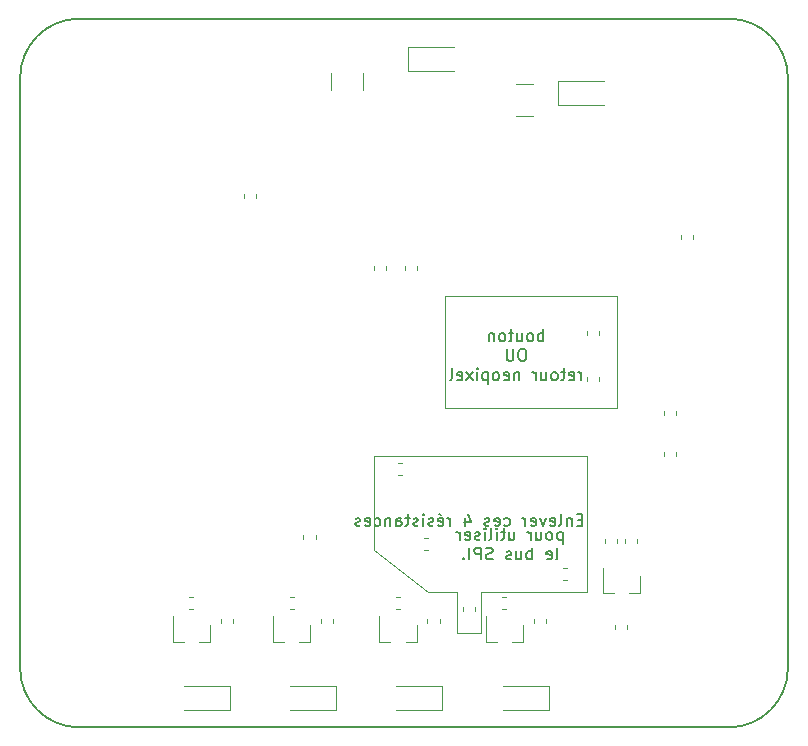
<source format=gbr>
%TF.GenerationSoftware,KiCad,Pcbnew,(5.1.9)-1*%
%TF.CreationDate,2021-06-08T13:47:19+02:00*%
%TF.ProjectId,19_WIFI_Generic,31395f57-4946-4495-9f47-656e65726963,rev?*%
%TF.SameCoordinates,Original*%
%TF.FileFunction,Legend,Bot*%
%TF.FilePolarity,Positive*%
%FSLAX46Y46*%
G04 Gerber Fmt 4.6, Leading zero omitted, Abs format (unit mm)*
G04 Created by KiCad (PCBNEW (5.1.9)-1) date 2021-06-08 13:47:19*
%MOMM*%
%LPD*%
G01*
G04 APERTURE LIST*
%ADD10C,0.150000*%
%ADD11C,0.120000*%
%TA.AperFunction,Profile*%
%ADD12C,0.150000*%
%TD*%
G04 APERTURE END LIST*
D10*
X160928571Y-123460714D02*
X160928571Y-124460714D01*
X160928571Y-123508333D02*
X160833333Y-123460714D01*
X160642857Y-123460714D01*
X160547619Y-123508333D01*
X160500000Y-123555952D01*
X160452380Y-123651190D01*
X160452380Y-123936904D01*
X160500000Y-124032142D01*
X160547619Y-124079761D01*
X160642857Y-124127380D01*
X160833333Y-124127380D01*
X160928571Y-124079761D01*
X159880952Y-124127380D02*
X159976190Y-124079761D01*
X160023809Y-124032142D01*
X160071428Y-123936904D01*
X160071428Y-123651190D01*
X160023809Y-123555952D01*
X159976190Y-123508333D01*
X159880952Y-123460714D01*
X159738095Y-123460714D01*
X159642857Y-123508333D01*
X159595238Y-123555952D01*
X159547619Y-123651190D01*
X159547619Y-123936904D01*
X159595238Y-124032142D01*
X159642857Y-124079761D01*
X159738095Y-124127380D01*
X159880952Y-124127380D01*
X158690476Y-123460714D02*
X158690476Y-124127380D01*
X159119047Y-123460714D02*
X159119047Y-123984523D01*
X159071428Y-124079761D01*
X158976190Y-124127380D01*
X158833333Y-124127380D01*
X158738095Y-124079761D01*
X158690476Y-124032142D01*
X158214285Y-124127380D02*
X158214285Y-123460714D01*
X158214285Y-123651190D02*
X158166666Y-123555952D01*
X158119047Y-123508333D01*
X158023809Y-123460714D01*
X157928571Y-123460714D01*
X156404761Y-123460714D02*
X156404761Y-124127380D01*
X156833333Y-123460714D02*
X156833333Y-123984523D01*
X156785714Y-124079761D01*
X156690476Y-124127380D01*
X156547619Y-124127380D01*
X156452380Y-124079761D01*
X156404761Y-124032142D01*
X156071428Y-123460714D02*
X155690476Y-123460714D01*
X155928571Y-123127380D02*
X155928571Y-123984523D01*
X155880952Y-124079761D01*
X155785714Y-124127380D01*
X155690476Y-124127380D01*
X155357142Y-124127380D02*
X155357142Y-123460714D01*
X155357142Y-123127380D02*
X155404761Y-123175000D01*
X155357142Y-123222619D01*
X155309523Y-123175000D01*
X155357142Y-123127380D01*
X155357142Y-123222619D01*
X154738095Y-124127380D02*
X154833333Y-124079761D01*
X154880952Y-123984523D01*
X154880952Y-123127380D01*
X154357142Y-124127380D02*
X154357142Y-123460714D01*
X154357142Y-123127380D02*
X154404761Y-123175000D01*
X154357142Y-123222619D01*
X154309523Y-123175000D01*
X154357142Y-123127380D01*
X154357142Y-123222619D01*
X153928571Y-124079761D02*
X153833333Y-124127380D01*
X153642857Y-124127380D01*
X153547619Y-124079761D01*
X153500000Y-123984523D01*
X153500000Y-123936904D01*
X153547619Y-123841666D01*
X153642857Y-123794047D01*
X153785714Y-123794047D01*
X153880952Y-123746428D01*
X153928571Y-123651190D01*
X153928571Y-123603571D01*
X153880952Y-123508333D01*
X153785714Y-123460714D01*
X153642857Y-123460714D01*
X153547619Y-123508333D01*
X152690476Y-124079761D02*
X152785714Y-124127380D01*
X152976190Y-124127380D01*
X153071428Y-124079761D01*
X153119047Y-123984523D01*
X153119047Y-123603571D01*
X153071428Y-123508333D01*
X152976190Y-123460714D01*
X152785714Y-123460714D01*
X152690476Y-123508333D01*
X152642857Y-123603571D01*
X152642857Y-123698809D01*
X153119047Y-123794047D01*
X152214285Y-124127380D02*
X152214285Y-123460714D01*
X152214285Y-123651190D02*
X152166666Y-123555952D01*
X152119047Y-123508333D01*
X152023809Y-123460714D01*
X151928571Y-123460714D01*
X160333333Y-125777380D02*
X160428571Y-125729761D01*
X160476190Y-125634523D01*
X160476190Y-124777380D01*
X159571428Y-125729761D02*
X159666666Y-125777380D01*
X159857142Y-125777380D01*
X159952380Y-125729761D01*
X160000000Y-125634523D01*
X160000000Y-125253571D01*
X159952380Y-125158333D01*
X159857142Y-125110714D01*
X159666666Y-125110714D01*
X159571428Y-125158333D01*
X159523809Y-125253571D01*
X159523809Y-125348809D01*
X160000000Y-125444047D01*
X158333333Y-125777380D02*
X158333333Y-124777380D01*
X158333333Y-125158333D02*
X158238095Y-125110714D01*
X158047619Y-125110714D01*
X157952380Y-125158333D01*
X157904761Y-125205952D01*
X157857142Y-125301190D01*
X157857142Y-125586904D01*
X157904761Y-125682142D01*
X157952380Y-125729761D01*
X158047619Y-125777380D01*
X158238095Y-125777380D01*
X158333333Y-125729761D01*
X157000000Y-125110714D02*
X157000000Y-125777380D01*
X157428571Y-125110714D02*
X157428571Y-125634523D01*
X157380952Y-125729761D01*
X157285714Y-125777380D01*
X157142857Y-125777380D01*
X157047619Y-125729761D01*
X157000000Y-125682142D01*
X156571428Y-125729761D02*
X156476190Y-125777380D01*
X156285714Y-125777380D01*
X156190476Y-125729761D01*
X156142857Y-125634523D01*
X156142857Y-125586904D01*
X156190476Y-125491666D01*
X156285714Y-125444047D01*
X156428571Y-125444047D01*
X156523809Y-125396428D01*
X156571428Y-125301190D01*
X156571428Y-125253571D01*
X156523809Y-125158333D01*
X156428571Y-125110714D01*
X156285714Y-125110714D01*
X156190476Y-125158333D01*
X155000000Y-125729761D02*
X154857142Y-125777380D01*
X154619047Y-125777380D01*
X154523809Y-125729761D01*
X154476190Y-125682142D01*
X154428571Y-125586904D01*
X154428571Y-125491666D01*
X154476190Y-125396428D01*
X154523809Y-125348809D01*
X154619047Y-125301190D01*
X154809523Y-125253571D01*
X154904761Y-125205952D01*
X154952380Y-125158333D01*
X155000000Y-125063095D01*
X155000000Y-124967857D01*
X154952380Y-124872619D01*
X154904761Y-124825000D01*
X154809523Y-124777380D01*
X154571428Y-124777380D01*
X154428571Y-124825000D01*
X154000000Y-125777380D02*
X154000000Y-124777380D01*
X153619047Y-124777380D01*
X153523809Y-124825000D01*
X153476190Y-124872619D01*
X153428571Y-124967857D01*
X153428571Y-125110714D01*
X153476190Y-125205952D01*
X153523809Y-125253571D01*
X153619047Y-125301190D01*
X154000000Y-125301190D01*
X153000000Y-125777380D02*
X153000000Y-124777380D01*
X152523809Y-125682142D02*
X152476190Y-125729761D01*
X152523809Y-125777380D01*
X152571428Y-125729761D01*
X152523809Y-125682142D01*
X152523809Y-125777380D01*
X162595238Y-122428571D02*
X162261904Y-122428571D01*
X162119047Y-122952380D02*
X162595238Y-122952380D01*
X162595238Y-121952380D01*
X162119047Y-121952380D01*
X161690476Y-122285714D02*
X161690476Y-122952380D01*
X161690476Y-122380952D02*
X161642857Y-122333333D01*
X161547619Y-122285714D01*
X161404761Y-122285714D01*
X161309523Y-122333333D01*
X161261904Y-122428571D01*
X161261904Y-122952380D01*
X160642857Y-122952380D02*
X160738095Y-122904761D01*
X160785714Y-122809523D01*
X160785714Y-121952380D01*
X159880952Y-122904761D02*
X159976190Y-122952380D01*
X160166666Y-122952380D01*
X160261904Y-122904761D01*
X160309523Y-122809523D01*
X160309523Y-122428571D01*
X160261904Y-122333333D01*
X160166666Y-122285714D01*
X159976190Y-122285714D01*
X159880952Y-122333333D01*
X159833333Y-122428571D01*
X159833333Y-122523809D01*
X160309523Y-122619047D01*
X159500000Y-122285714D02*
X159261904Y-122952380D01*
X159023809Y-122285714D01*
X158261904Y-122904761D02*
X158357142Y-122952380D01*
X158547619Y-122952380D01*
X158642857Y-122904761D01*
X158690476Y-122809523D01*
X158690476Y-122428571D01*
X158642857Y-122333333D01*
X158547619Y-122285714D01*
X158357142Y-122285714D01*
X158261904Y-122333333D01*
X158214285Y-122428571D01*
X158214285Y-122523809D01*
X158690476Y-122619047D01*
X157785714Y-122952380D02*
X157785714Y-122285714D01*
X157785714Y-122476190D02*
X157738095Y-122380952D01*
X157690476Y-122333333D01*
X157595238Y-122285714D01*
X157500000Y-122285714D01*
X155976190Y-122904761D02*
X156071428Y-122952380D01*
X156261904Y-122952380D01*
X156357142Y-122904761D01*
X156404761Y-122857142D01*
X156452380Y-122761904D01*
X156452380Y-122476190D01*
X156404761Y-122380952D01*
X156357142Y-122333333D01*
X156261904Y-122285714D01*
X156071428Y-122285714D01*
X155976190Y-122333333D01*
X155166666Y-122904761D02*
X155261904Y-122952380D01*
X155452380Y-122952380D01*
X155547619Y-122904761D01*
X155595238Y-122809523D01*
X155595238Y-122428571D01*
X155547619Y-122333333D01*
X155452380Y-122285714D01*
X155261904Y-122285714D01*
X155166666Y-122333333D01*
X155119047Y-122428571D01*
X155119047Y-122523809D01*
X155595238Y-122619047D01*
X154738095Y-122904761D02*
X154642857Y-122952380D01*
X154452380Y-122952380D01*
X154357142Y-122904761D01*
X154309523Y-122809523D01*
X154309523Y-122761904D01*
X154357142Y-122666666D01*
X154452380Y-122619047D01*
X154595238Y-122619047D01*
X154690476Y-122571428D01*
X154738095Y-122476190D01*
X154738095Y-122428571D01*
X154690476Y-122333333D01*
X154595238Y-122285714D01*
X154452380Y-122285714D01*
X154357142Y-122333333D01*
X152690476Y-122285714D02*
X152690476Y-122952380D01*
X152928571Y-121904761D02*
X153166666Y-122619047D01*
X152547619Y-122619047D01*
X151404761Y-122952380D02*
X151404761Y-122285714D01*
X151404761Y-122476190D02*
X151357142Y-122380952D01*
X151309523Y-122333333D01*
X151214285Y-122285714D01*
X151119047Y-122285714D01*
X150404761Y-122904761D02*
X150500000Y-122952380D01*
X150690476Y-122952380D01*
X150785714Y-122904761D01*
X150833333Y-122809523D01*
X150833333Y-122428571D01*
X150785714Y-122333333D01*
X150690476Y-122285714D01*
X150500000Y-122285714D01*
X150404761Y-122333333D01*
X150357142Y-122428571D01*
X150357142Y-122523809D01*
X150833333Y-122619047D01*
X150500000Y-121904761D02*
X150642857Y-122047619D01*
X149976190Y-122904761D02*
X149880952Y-122952380D01*
X149690476Y-122952380D01*
X149595238Y-122904761D01*
X149547619Y-122809523D01*
X149547619Y-122761904D01*
X149595238Y-122666666D01*
X149690476Y-122619047D01*
X149833333Y-122619047D01*
X149928571Y-122571428D01*
X149976190Y-122476190D01*
X149976190Y-122428571D01*
X149928571Y-122333333D01*
X149833333Y-122285714D01*
X149690476Y-122285714D01*
X149595238Y-122333333D01*
X149119047Y-122952380D02*
X149119047Y-122285714D01*
X149119047Y-121952380D02*
X149166666Y-122000000D01*
X149119047Y-122047619D01*
X149071428Y-122000000D01*
X149119047Y-121952380D01*
X149119047Y-122047619D01*
X148690476Y-122904761D02*
X148595238Y-122952380D01*
X148404761Y-122952380D01*
X148309523Y-122904761D01*
X148261904Y-122809523D01*
X148261904Y-122761904D01*
X148309523Y-122666666D01*
X148404761Y-122619047D01*
X148547619Y-122619047D01*
X148642857Y-122571428D01*
X148690476Y-122476190D01*
X148690476Y-122428571D01*
X148642857Y-122333333D01*
X148547619Y-122285714D01*
X148404761Y-122285714D01*
X148309523Y-122333333D01*
X147976190Y-122285714D02*
X147595238Y-122285714D01*
X147833333Y-121952380D02*
X147833333Y-122809523D01*
X147785714Y-122904761D01*
X147690476Y-122952380D01*
X147595238Y-122952380D01*
X146833333Y-122952380D02*
X146833333Y-122428571D01*
X146880952Y-122333333D01*
X146976190Y-122285714D01*
X147166666Y-122285714D01*
X147261904Y-122333333D01*
X146833333Y-122904761D02*
X146928571Y-122952380D01*
X147166666Y-122952380D01*
X147261904Y-122904761D01*
X147309523Y-122809523D01*
X147309523Y-122714285D01*
X147261904Y-122619047D01*
X147166666Y-122571428D01*
X146928571Y-122571428D01*
X146833333Y-122523809D01*
X146357142Y-122285714D02*
X146357142Y-122952380D01*
X146357142Y-122380952D02*
X146309523Y-122333333D01*
X146214285Y-122285714D01*
X146071428Y-122285714D01*
X145976190Y-122333333D01*
X145928571Y-122428571D01*
X145928571Y-122952380D01*
X145023809Y-122904761D02*
X145119047Y-122952380D01*
X145309523Y-122952380D01*
X145404761Y-122904761D01*
X145452380Y-122857142D01*
X145500000Y-122761904D01*
X145500000Y-122476190D01*
X145452380Y-122380952D01*
X145404761Y-122333333D01*
X145309523Y-122285714D01*
X145119047Y-122285714D01*
X145023809Y-122333333D01*
X144214285Y-122904761D02*
X144309523Y-122952380D01*
X144500000Y-122952380D01*
X144595238Y-122904761D01*
X144642857Y-122809523D01*
X144642857Y-122428571D01*
X144595238Y-122333333D01*
X144500000Y-122285714D01*
X144309523Y-122285714D01*
X144214285Y-122333333D01*
X144166666Y-122428571D01*
X144166666Y-122523809D01*
X144642857Y-122619047D01*
X143785714Y-122904761D02*
X143690476Y-122952380D01*
X143500000Y-122952380D01*
X143404761Y-122904761D01*
X143357142Y-122809523D01*
X143357142Y-122761904D01*
X143404761Y-122666666D01*
X143500000Y-122619047D01*
X143642857Y-122619047D01*
X143738095Y-122571428D01*
X143785714Y-122476190D01*
X143785714Y-122428571D01*
X143738095Y-122333333D01*
X143642857Y-122285714D01*
X143500000Y-122285714D01*
X143404761Y-122333333D01*
D11*
X163000000Y-117000000D02*
X145000000Y-117000000D01*
X163000000Y-117500000D02*
X163000000Y-117000000D01*
X163000000Y-126000000D02*
X163000000Y-117500000D01*
X163000000Y-128500000D02*
X163000000Y-126000000D01*
X154000000Y-128500000D02*
X163000000Y-128500000D01*
X154000000Y-132000000D02*
X154000000Y-128500000D01*
X152000000Y-128500000D02*
X152000000Y-132000000D01*
X149500000Y-128500000D02*
X152000000Y-128500000D01*
X145000000Y-125000000D02*
X149500000Y-128500000D01*
X145000000Y-117000000D02*
X145000000Y-125000000D01*
X151000000Y-103500000D02*
X161000000Y-103500000D01*
X151000000Y-107000000D02*
X151000000Y-103500000D01*
X151000000Y-113000000D02*
X151000000Y-107000000D01*
X161000000Y-113000000D02*
X151000000Y-113000000D01*
D10*
X159309523Y-107302380D02*
X159309523Y-106302380D01*
X159309523Y-106683333D02*
X159214285Y-106635714D01*
X159023809Y-106635714D01*
X158928571Y-106683333D01*
X158880952Y-106730952D01*
X158833333Y-106826190D01*
X158833333Y-107111904D01*
X158880952Y-107207142D01*
X158928571Y-107254761D01*
X159023809Y-107302380D01*
X159214285Y-107302380D01*
X159309523Y-107254761D01*
X158261904Y-107302380D02*
X158357142Y-107254761D01*
X158404761Y-107207142D01*
X158452380Y-107111904D01*
X158452380Y-106826190D01*
X158404761Y-106730952D01*
X158357142Y-106683333D01*
X158261904Y-106635714D01*
X158119047Y-106635714D01*
X158023809Y-106683333D01*
X157976190Y-106730952D01*
X157928571Y-106826190D01*
X157928571Y-107111904D01*
X157976190Y-107207142D01*
X158023809Y-107254761D01*
X158119047Y-107302380D01*
X158261904Y-107302380D01*
X157071428Y-106635714D02*
X157071428Y-107302380D01*
X157500000Y-106635714D02*
X157500000Y-107159523D01*
X157452380Y-107254761D01*
X157357142Y-107302380D01*
X157214285Y-107302380D01*
X157119047Y-107254761D01*
X157071428Y-107207142D01*
X156738095Y-106635714D02*
X156357142Y-106635714D01*
X156595238Y-106302380D02*
X156595238Y-107159523D01*
X156547619Y-107254761D01*
X156452380Y-107302380D01*
X156357142Y-107302380D01*
X155880952Y-107302380D02*
X155976190Y-107254761D01*
X156023809Y-107207142D01*
X156071428Y-107111904D01*
X156071428Y-106826190D01*
X156023809Y-106730952D01*
X155976190Y-106683333D01*
X155880952Y-106635714D01*
X155738095Y-106635714D01*
X155642857Y-106683333D01*
X155595238Y-106730952D01*
X155547619Y-106826190D01*
X155547619Y-107111904D01*
X155595238Y-107207142D01*
X155642857Y-107254761D01*
X155738095Y-107302380D01*
X155880952Y-107302380D01*
X155119047Y-106635714D02*
X155119047Y-107302380D01*
X155119047Y-106730952D02*
X155071428Y-106683333D01*
X154976190Y-106635714D01*
X154833333Y-106635714D01*
X154738095Y-106683333D01*
X154690476Y-106778571D01*
X154690476Y-107302380D01*
X157619047Y-107952380D02*
X157428571Y-107952380D01*
X157333333Y-108000000D01*
X157238095Y-108095238D01*
X157190476Y-108285714D01*
X157190476Y-108619047D01*
X157238095Y-108809523D01*
X157333333Y-108904761D01*
X157428571Y-108952380D01*
X157619047Y-108952380D01*
X157714285Y-108904761D01*
X157809523Y-108809523D01*
X157857142Y-108619047D01*
X157857142Y-108285714D01*
X157809523Y-108095238D01*
X157714285Y-108000000D01*
X157619047Y-107952380D01*
X156761904Y-107952380D02*
X156761904Y-108761904D01*
X156714285Y-108857142D01*
X156666666Y-108904761D01*
X156571428Y-108952380D01*
X156380952Y-108952380D01*
X156285714Y-108904761D01*
X156238095Y-108857142D01*
X156190476Y-108761904D01*
X156190476Y-107952380D01*
X162500000Y-110602380D02*
X162500000Y-109935714D01*
X162500000Y-110126190D02*
X162452380Y-110030952D01*
X162404761Y-109983333D01*
X162309523Y-109935714D01*
X162214285Y-109935714D01*
X161500000Y-110554761D02*
X161595238Y-110602380D01*
X161785714Y-110602380D01*
X161880952Y-110554761D01*
X161928571Y-110459523D01*
X161928571Y-110078571D01*
X161880952Y-109983333D01*
X161785714Y-109935714D01*
X161595238Y-109935714D01*
X161500000Y-109983333D01*
X161452380Y-110078571D01*
X161452380Y-110173809D01*
X161928571Y-110269047D01*
X161166666Y-109935714D02*
X160785714Y-109935714D01*
X161023809Y-109602380D02*
X161023809Y-110459523D01*
X160976190Y-110554761D01*
X160880952Y-110602380D01*
X160785714Y-110602380D01*
X160309523Y-110602380D02*
X160404761Y-110554761D01*
X160452380Y-110507142D01*
X160500000Y-110411904D01*
X160500000Y-110126190D01*
X160452380Y-110030952D01*
X160404761Y-109983333D01*
X160309523Y-109935714D01*
X160166666Y-109935714D01*
X160071428Y-109983333D01*
X160023809Y-110030952D01*
X159976190Y-110126190D01*
X159976190Y-110411904D01*
X160023809Y-110507142D01*
X160071428Y-110554761D01*
X160166666Y-110602380D01*
X160309523Y-110602380D01*
X159119047Y-109935714D02*
X159119047Y-110602380D01*
X159547619Y-109935714D02*
X159547619Y-110459523D01*
X159500000Y-110554761D01*
X159404761Y-110602380D01*
X159261904Y-110602380D01*
X159166666Y-110554761D01*
X159119047Y-110507142D01*
X158642857Y-110602380D02*
X158642857Y-109935714D01*
X158642857Y-110126190D02*
X158595238Y-110030952D01*
X158547619Y-109983333D01*
X158452380Y-109935714D01*
X158357142Y-109935714D01*
X157261904Y-109935714D02*
X157261904Y-110602380D01*
X157261904Y-110030952D02*
X157214285Y-109983333D01*
X157119047Y-109935714D01*
X156976190Y-109935714D01*
X156880952Y-109983333D01*
X156833333Y-110078571D01*
X156833333Y-110602380D01*
X155976190Y-110554761D02*
X156071428Y-110602380D01*
X156261904Y-110602380D01*
X156357142Y-110554761D01*
X156404761Y-110459523D01*
X156404761Y-110078571D01*
X156357142Y-109983333D01*
X156261904Y-109935714D01*
X156071428Y-109935714D01*
X155976190Y-109983333D01*
X155928571Y-110078571D01*
X155928571Y-110173809D01*
X156404761Y-110269047D01*
X155357142Y-110602380D02*
X155452380Y-110554761D01*
X155500000Y-110507142D01*
X155547619Y-110411904D01*
X155547619Y-110126190D01*
X155500000Y-110030952D01*
X155452380Y-109983333D01*
X155357142Y-109935714D01*
X155214285Y-109935714D01*
X155119047Y-109983333D01*
X155071428Y-110030952D01*
X155023809Y-110126190D01*
X155023809Y-110411904D01*
X155071428Y-110507142D01*
X155119047Y-110554761D01*
X155214285Y-110602380D01*
X155357142Y-110602380D01*
X154595238Y-109935714D02*
X154595238Y-110935714D01*
X154595238Y-109983333D02*
X154500000Y-109935714D01*
X154309523Y-109935714D01*
X154214285Y-109983333D01*
X154166666Y-110030952D01*
X154119047Y-110126190D01*
X154119047Y-110411904D01*
X154166666Y-110507142D01*
X154214285Y-110554761D01*
X154309523Y-110602380D01*
X154500000Y-110602380D01*
X154595238Y-110554761D01*
X153690476Y-110602380D02*
X153690476Y-109935714D01*
X153690476Y-109602380D02*
X153738095Y-109650000D01*
X153690476Y-109697619D01*
X153642857Y-109650000D01*
X153690476Y-109602380D01*
X153690476Y-109697619D01*
X153309523Y-110602380D02*
X152785714Y-109935714D01*
X153309523Y-109935714D02*
X152785714Y-110602380D01*
X152023809Y-110554761D02*
X152119047Y-110602380D01*
X152309523Y-110602380D01*
X152404761Y-110554761D01*
X152452380Y-110459523D01*
X152452380Y-110078571D01*
X152404761Y-109983333D01*
X152309523Y-109935714D01*
X152119047Y-109935714D01*
X152023809Y-109983333D01*
X151976190Y-110078571D01*
X151976190Y-110173809D01*
X152452380Y-110269047D01*
X151404761Y-110602380D02*
X151500000Y-110554761D01*
X151547619Y-110459523D01*
X151547619Y-109602380D01*
D11*
X163000000Y-126000000D02*
X163000000Y-128000000D01*
X152000000Y-132000000D02*
X154000000Y-132000000D01*
X165500000Y-103500000D02*
X161000000Y-103500000D01*
X165500000Y-113000000D02*
X165500000Y-103500000D01*
X161000000Y-113000000D02*
X165500000Y-113000000D01*
D12*
X175000000Y-80000000D02*
G75*
G02*
X180000000Y-85000000I0J-5000000D01*
G01*
X180000000Y-135000000D02*
G75*
G02*
X175000000Y-140000000I-5000000J0D01*
G01*
X120000000Y-140000000D02*
G75*
G02*
X115000000Y-135000000I0J5000000D01*
G01*
X115000000Y-85000000D02*
G75*
G02*
X120000000Y-80000000I5000000J0D01*
G01*
X115000000Y-135000000D02*
X115000000Y-85000000D01*
X175000000Y-140000000D02*
X120000000Y-140000000D01*
X180000000Y-85000000D02*
X180000000Y-135000000D01*
X120000000Y-80000000D02*
X175000000Y-80000000D01*
D11*
%TO.C,R7*%
X144990000Y-100953733D02*
X144990000Y-101296267D01*
X146010000Y-100953733D02*
X146010000Y-101296267D01*
%TO.C,R6*%
X147557000Y-100953733D02*
X147557000Y-101296267D01*
X148577000Y-100953733D02*
X148577000Y-101296267D01*
%TO.C,R2*%
X169490000Y-113203733D02*
X169490000Y-113546267D01*
X170510000Y-113203733D02*
X170510000Y-113546267D01*
%TO.C,Q1*%
X167472000Y-128654000D02*
X166542000Y-128654000D01*
X164312000Y-128654000D02*
X165242000Y-128654000D01*
X164312000Y-128654000D02*
X164312000Y-126494000D01*
X167472000Y-128654000D02*
X167472000Y-127194000D01*
%TO.C,R13*%
X170990000Y-98328733D02*
X170990000Y-98671267D01*
X172010000Y-98328733D02*
X172010000Y-98671267D01*
%TO.C,R1*%
X169490000Y-116703733D02*
X169490000Y-117046267D01*
X170510000Y-116703733D02*
X170510000Y-117046267D01*
%TO.C,R14*%
X165382000Y-131347733D02*
X165382000Y-131690267D01*
X166402000Y-131347733D02*
X166402000Y-131690267D01*
%TO.C,R15*%
X164490000Y-124078733D02*
X164490000Y-124421267D01*
X165510000Y-124078733D02*
X165510000Y-124421267D01*
%TO.C,R16*%
X167260000Y-124421267D02*
X167260000Y-124078733D01*
X166240000Y-124421267D02*
X166240000Y-124078733D01*
%TO.C,R10*%
X135010000Y-94828733D02*
X135010000Y-95171267D01*
X133990000Y-94828733D02*
X133990000Y-95171267D01*
%TO.C,D1*%
X132750000Y-136500000D02*
X128850000Y-136500000D01*
X132750000Y-138500000D02*
X128850000Y-138500000D01*
X132750000Y-136500000D02*
X132750000Y-138500000D01*
%TO.C,D2*%
X141750000Y-136500000D02*
X141750000Y-138500000D01*
X141750000Y-138500000D02*
X137850000Y-138500000D01*
X141750000Y-136500000D02*
X137850000Y-136500000D01*
%TO.C,D3*%
X150750000Y-136500000D02*
X146850000Y-136500000D01*
X150750000Y-138500000D02*
X146850000Y-138500000D01*
X150750000Y-136500000D02*
X150750000Y-138500000D01*
%TO.C,D4*%
X159750000Y-136500000D02*
X159750000Y-138500000D01*
X159750000Y-138500000D02*
X155850000Y-138500000D01*
X159750000Y-136500000D02*
X155850000Y-136500000D01*
%TO.C,Q2*%
X131080000Y-132760000D02*
X131080000Y-131300000D01*
X127920000Y-132760000D02*
X127920000Y-130600000D01*
X127920000Y-132760000D02*
X128850000Y-132760000D01*
X131080000Y-132760000D02*
X130150000Y-132760000D01*
%TO.C,Q3*%
X139580000Y-132760000D02*
X138650000Y-132760000D01*
X136420000Y-132760000D02*
X137350000Y-132760000D01*
X136420000Y-132760000D02*
X136420000Y-130600000D01*
X139580000Y-132760000D02*
X139580000Y-131300000D01*
%TO.C,Q4*%
X148580000Y-132760000D02*
X148580000Y-131300000D01*
X145420000Y-132760000D02*
X145420000Y-130600000D01*
X145420000Y-132760000D02*
X146350000Y-132760000D01*
X148580000Y-132760000D02*
X147650000Y-132760000D01*
%TO.C,Q5*%
X157580000Y-132760000D02*
X156650000Y-132760000D01*
X154420000Y-132760000D02*
X155350000Y-132760000D01*
X154420000Y-132760000D02*
X154420000Y-130600000D01*
X157580000Y-132760000D02*
X157580000Y-131300000D01*
%TO.C,R3*%
X138990000Y-123703733D02*
X138990000Y-124046267D01*
X140010000Y-123703733D02*
X140010000Y-124046267D01*
%TO.C,R4*%
X164010000Y-110671267D02*
X164010000Y-110328733D01*
X162990000Y-110671267D02*
X162990000Y-110328733D01*
%TO.C,R5*%
X162990000Y-106796267D02*
X162990000Y-106453733D01*
X164010000Y-106796267D02*
X164010000Y-106453733D01*
%TO.C,R17*%
X147371267Y-118610000D02*
X147028733Y-118610000D01*
X147371267Y-117590000D02*
X147028733Y-117590000D01*
%TO.C,R18*%
X129671267Y-130010000D02*
X129328733Y-130010000D01*
X129671267Y-128990000D02*
X129328733Y-128990000D01*
%TO.C,R19*%
X149546267Y-123990000D02*
X149203733Y-123990000D01*
X149546267Y-125010000D02*
X149203733Y-125010000D01*
%TO.C,R20*%
X138171267Y-130010000D02*
X137828733Y-130010000D01*
X138171267Y-128990000D02*
X137828733Y-128990000D01*
%TO.C,R21*%
X153510000Y-129828733D02*
X153510000Y-130171267D01*
X152490000Y-129828733D02*
X152490000Y-130171267D01*
%TO.C,R22*%
X147171267Y-130010000D02*
X146828733Y-130010000D01*
X147171267Y-128990000D02*
X146828733Y-128990000D01*
%TO.C,R23*%
X160953733Y-127510000D02*
X161296267Y-127510000D01*
X160953733Y-126490000D02*
X161296267Y-126490000D01*
%TO.C,R24*%
X156171267Y-128990000D02*
X155828733Y-128990000D01*
X156171267Y-130010000D02*
X155828733Y-130010000D01*
%TO.C,R25*%
X133010000Y-131171267D02*
X133010000Y-130828733D01*
X131990000Y-131171267D02*
X131990000Y-130828733D01*
%TO.C,R26*%
X140490000Y-131171267D02*
X140490000Y-130828733D01*
X141510000Y-131171267D02*
X141510000Y-130828733D01*
%TO.C,R27*%
X150510000Y-131171267D02*
X150510000Y-130828733D01*
X149490000Y-131171267D02*
X149490000Y-130828733D01*
%TO.C,R28*%
X158490000Y-131171267D02*
X158490000Y-130828733D01*
X159510000Y-131171267D02*
X159510000Y-130828733D01*
%TO.C,C1*%
X158436252Y-85540000D02*
X157013748Y-85540000D01*
X158436252Y-88260000D02*
X157013748Y-88260000D01*
%TO.C,C2*%
X144060000Y-84588748D02*
X144060000Y-86011252D01*
X141340000Y-84588748D02*
X141340000Y-86011252D01*
%TO.C,D5*%
X160550000Y-87300000D02*
X164450000Y-87300000D01*
X160550000Y-85300000D02*
X164450000Y-85300000D01*
X160550000Y-87300000D02*
X160550000Y-85300000D01*
%TO.C,D6*%
X147850000Y-84400000D02*
X147850000Y-82400000D01*
X147850000Y-82400000D02*
X151750000Y-82400000D01*
X147850000Y-84400000D02*
X151750000Y-84400000D01*
%TD*%
M02*

</source>
